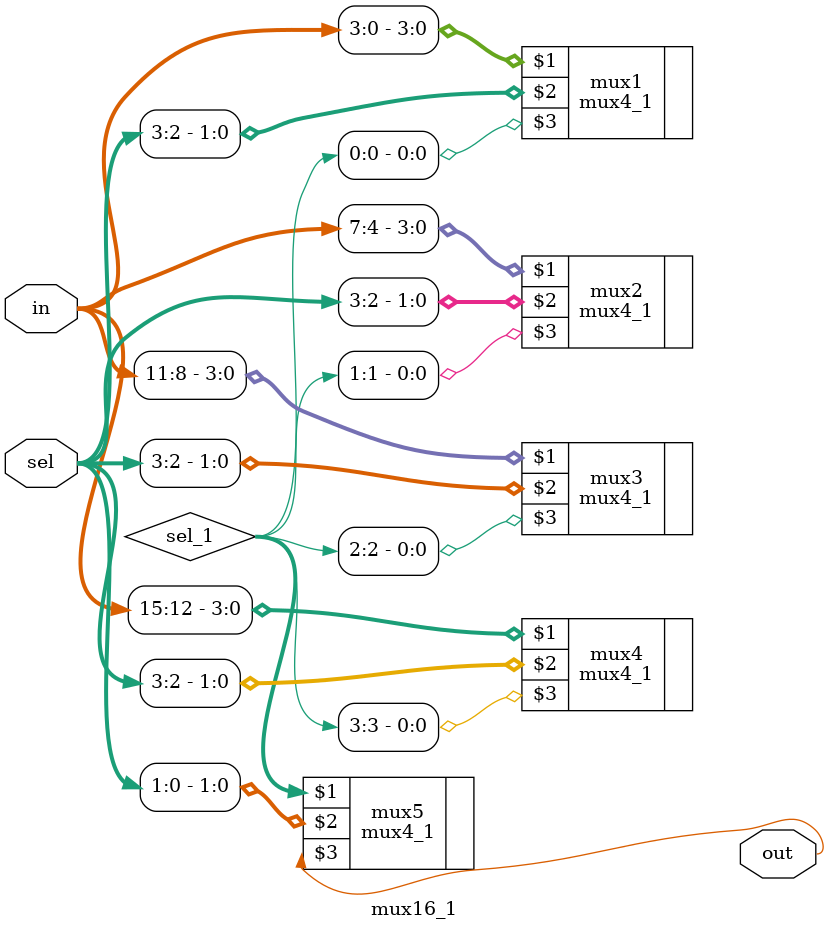
<source format=v>
module mux16_1(in,sel,out);
input [15:0]in;
input [3:0]sel;
output out;
wire [3:0] sel_1;
mux4_1 mux1(in[3:0],sel[3:2],sel_1[0]);
mux4_1 mux2(in[7:4],sel[3:2],sel_1[1]);
mux4_1 mux3(in[11:8],sel[3:2],sel_1[2]);
mux4_1 mux4(in[15:12],sel[3:2],sel_1[3]);
mux4_1 mux5(sel_1[3:0],sel[1:0],out);

endmodule

</source>
